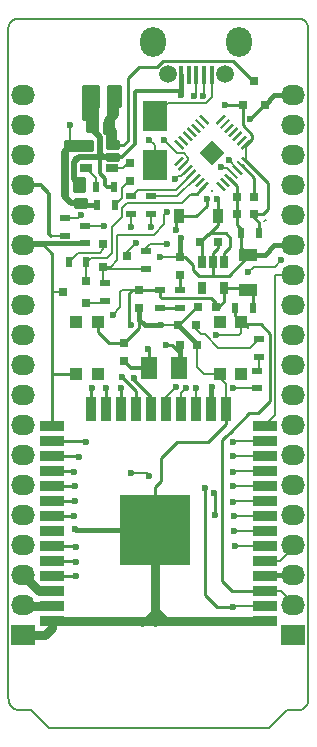
<source format=gbr>
G04 #@! TF.FileFunction,Copper,L1,Top,Signal*
%FSLAX46Y46*%
G04 Gerber Fmt 4.6, Leading zero omitted, Abs format (unit mm)*
G04 Created by KiCad (PCBNEW 4.0.4-stable) date 12/03/16 16:19:23*
%MOMM*%
%LPD*%
G01*
G04 APERTURE LIST*
%ADD10C,0.100000*%
%ADD11C,0.150000*%
%ADD12R,2.000000X0.900000*%
%ADD13R,0.900000X2.000000*%
%ADD14R,6.000000X6.000000*%
%ADD15R,1.000760X1.000760*%
%ADD16R,2.032000X1.727200*%
%ADD17O,2.032000X1.727200*%
%ADD18R,0.400000X1.600000*%
%ADD19C,1.500000*%
%ADD20O,2.200000X2.500000*%
%ADD21R,0.910000X1.220000*%
%ADD22R,0.797560X0.797560*%
%ADD23R,2.029460X2.651760*%
%ADD24R,1.060000X0.650000*%
%ADD25R,1.198880X1.699260*%
%ADD26O,1.198880X1.699260*%
%ADD27R,0.800100X0.800100*%
%ADD28R,0.650000X1.060000*%
%ADD29C,0.299720*%
%ADD30R,0.500000X0.900000*%
%ADD31R,0.900000X0.500000*%
%ADD32R,0.800000X0.750000*%
%ADD33R,0.750000X0.800000*%
%ADD34R,1.600000X1.000000*%
%ADD35R,1.400000X1.900000*%
%ADD36C,0.600000*%
%ADD37C,0.200000*%
%ADD38C,0.800000*%
%ADD39C,0.250000*%
%ADD40C,0.400000*%
%ADD41C,0.300000*%
%ADD42C,0.500000*%
G04 APERTURE END LIST*
D10*
D11*
X80807120Y-127451475D02*
X99399920Y-127451475D01*
X80299120Y-126943474D02*
X80807120Y-127451475D01*
X79283120Y-125927474D02*
X80299120Y-126943474D01*
X99907920Y-126943475D02*
X99399920Y-127451475D01*
X100923920Y-125927475D02*
X99907920Y-126943475D01*
X101838320Y-125927474D02*
X100923920Y-125927475D01*
X101838321Y-125927475D02*
G75*
G03X102752720Y-125013074I-1J914400D01*
G01*
X102752720Y-68117075D02*
X102752720Y-125013074D01*
X77352720Y-124860675D02*
X77352720Y-68117075D01*
X79283120Y-125927474D02*
X78216320Y-125927475D01*
X77352719Y-124860674D02*
G75*
G03X78216320Y-125927475I965201J-101600D01*
G01*
X102752719Y-68117074D02*
G75*
G03X101787520Y-67355075I-863599J-101600D01*
G01*
X101787520Y-67355075D02*
X78317921Y-67355075D01*
X78317919Y-67355076D02*
G75*
G03X77352720Y-68117075I-101600J-863599D01*
G01*
D12*
X99052721Y-118375875D03*
X99052721Y-117105875D03*
X99052721Y-115835875D03*
X99052721Y-114565875D03*
X99052721Y-113295875D03*
X99052721Y-112025875D03*
X99052721Y-110755875D03*
X99052721Y-109485875D03*
X99052721Y-108215875D03*
X99052721Y-106945875D03*
X99052721Y-105675875D03*
X99052721Y-104405875D03*
X99052721Y-103135875D03*
X99052721Y-101865875D03*
X81052721Y-118375875D03*
X81052721Y-101865875D03*
X81052721Y-103135875D03*
X81052721Y-104405875D03*
X81052721Y-105675875D03*
X81052721Y-106945875D03*
X81052721Y-108215875D03*
X81052721Y-109485875D03*
X81052721Y-110755875D03*
X81052721Y-112025875D03*
X81052721Y-113295875D03*
X81052721Y-114565875D03*
X81052721Y-115835875D03*
X81052721Y-117105875D03*
D13*
X95767721Y-100375875D03*
X94482721Y-100375875D03*
X93227721Y-100375875D03*
X91957721Y-100375875D03*
X90687721Y-100375875D03*
X89417721Y-100375875D03*
X88147721Y-100375875D03*
X86877721Y-100375875D03*
X85607721Y-100375875D03*
X84337721Y-100375875D03*
D14*
X89752721Y-110675875D03*
D15*
X83107520Y-97444275D03*
X84907520Y-93044275D03*
X84907520Y-97444275D03*
X83107520Y-93044275D03*
X97048720Y-93044275D03*
X95248720Y-97444275D03*
X95248720Y-93044275D03*
X97048720Y-97444275D03*
D16*
X78622721Y-119577474D03*
D17*
X78622721Y-117037474D03*
X78622721Y-114497474D03*
X78622721Y-111957474D03*
X78622721Y-109417474D03*
X78622721Y-106877474D03*
X78622721Y-104337474D03*
X78622721Y-101797474D03*
X78622721Y-99257474D03*
X78622721Y-96717474D03*
X78622721Y-94177474D03*
X78622721Y-91637474D03*
X78622721Y-89097474D03*
X78622721Y-86557474D03*
X78622721Y-84017474D03*
X78622721Y-81477474D03*
X78622721Y-78937474D03*
X78622721Y-76397474D03*
X78622721Y-73857474D03*
D16*
X101482721Y-119577474D03*
D17*
X101482721Y-117037474D03*
X101482721Y-114497474D03*
X101482721Y-111957474D03*
X101482721Y-109417474D03*
X101482721Y-106877474D03*
X101482721Y-104337474D03*
X101482721Y-101797474D03*
X101482721Y-99257474D03*
X101482721Y-96717474D03*
X101482721Y-94177474D03*
X101482721Y-91637474D03*
X101482721Y-89097474D03*
X101482721Y-86557474D03*
X101482721Y-84017474D03*
X101482721Y-81477474D03*
X101482721Y-78937474D03*
X101482721Y-76397474D03*
X101482721Y-73857474D03*
D18*
X94553120Y-72128674D03*
X93903120Y-72128674D03*
X93253120Y-72128674D03*
X92603120Y-72128674D03*
X91953120Y-72128674D03*
D19*
X95678120Y-72028674D03*
D20*
X96878120Y-69378674D03*
D19*
X90828120Y-72028674D03*
D20*
X89628120Y-69378674D03*
D21*
X95056200Y-84074000D03*
X91786200Y-84074000D03*
D22*
X87665120Y-81109174D03*
X87665120Y-79610574D03*
X91881520Y-89033976D03*
X91881520Y-87535376D03*
X93240420Y-93313875D03*
X91741820Y-93313875D03*
D23*
X89747920Y-75582136D03*
X89747920Y-79752816D03*
D24*
X86123520Y-79989075D03*
X86123520Y-79039075D03*
X86123520Y-78089075D03*
X83923520Y-78089075D03*
X83923520Y-79989075D03*
D25*
X86278280Y-74009874D03*
D26*
X84276760Y-74009874D03*
D27*
X97179920Y-74655036D03*
X99079920Y-74655036D03*
X98129920Y-72656056D03*
D28*
X95625519Y-87997475D03*
X94675519Y-87997475D03*
X93725519Y-87997475D03*
X93725519Y-90197475D03*
X95625519Y-90197475D03*
D10*
G36*
X97889043Y-79712225D02*
X97725603Y-79875665D01*
X97017959Y-79168021D01*
X97181399Y-79004581D01*
X97889043Y-79712225D01*
X97889043Y-79712225D01*
G37*
G36*
X97535221Y-80066047D02*
X97371781Y-80229487D01*
X96664137Y-79521843D01*
X96827577Y-79358403D01*
X97535221Y-80066047D01*
X97535221Y-80066047D01*
G37*
G36*
X97181398Y-80419869D02*
X97017958Y-80583309D01*
X96310314Y-79875665D01*
X96473754Y-79712225D01*
X97181398Y-80419869D01*
X97181398Y-80419869D01*
G37*
G36*
X96827576Y-80773691D02*
X96664136Y-80937131D01*
X95956492Y-80229487D01*
X96119932Y-80066047D01*
X96827576Y-80773691D01*
X96827576Y-80773691D01*
G37*
G36*
X96473754Y-81127513D02*
X96310314Y-81290953D01*
X95602670Y-80583309D01*
X95766110Y-80419869D01*
X96473754Y-81127513D01*
X96473754Y-81127513D01*
G37*
G36*
X96119932Y-81481336D02*
X95956492Y-81644776D01*
X95248848Y-80937132D01*
X95412288Y-80773692D01*
X96119932Y-81481336D01*
X96119932Y-81481336D01*
G37*
G36*
X95766110Y-81835158D02*
X95602670Y-81998598D01*
X94895026Y-81290954D01*
X95058466Y-81127514D01*
X95766110Y-81835158D01*
X95766110Y-81835158D01*
G37*
G36*
X94354414Y-81290954D02*
X93646770Y-81998598D01*
X93483330Y-81835158D01*
X94190974Y-81127514D01*
X94354414Y-81290954D01*
X94354414Y-81290954D01*
G37*
G36*
X94000592Y-80937132D02*
X93292948Y-81644776D01*
X93129508Y-81481336D01*
X93837152Y-80773692D01*
X94000592Y-80937132D01*
X94000592Y-80937132D01*
G37*
G36*
X93646770Y-80583309D02*
X92939126Y-81290953D01*
X92775686Y-81127513D01*
X93483330Y-80419869D01*
X93646770Y-80583309D01*
X93646770Y-80583309D01*
G37*
G36*
X93292948Y-80229487D02*
X92585304Y-80937131D01*
X92421864Y-80773691D01*
X93129508Y-80066047D01*
X93292948Y-80229487D01*
X93292948Y-80229487D01*
G37*
G36*
X92939126Y-79875665D02*
X92231482Y-80583309D01*
X92068042Y-80419869D01*
X92775686Y-79712225D01*
X92939126Y-79875665D01*
X92939126Y-79875665D01*
G37*
G36*
X92585303Y-79521843D02*
X91877659Y-80229487D01*
X91714219Y-80066047D01*
X92421863Y-79358403D01*
X92585303Y-79521843D01*
X92585303Y-79521843D01*
G37*
G36*
X92231481Y-79168021D02*
X91523837Y-79875665D01*
X91360397Y-79712225D01*
X92068041Y-79004581D01*
X92231481Y-79168021D01*
X92231481Y-79168021D01*
G37*
G36*
X92231481Y-78300529D02*
X92068041Y-78463969D01*
X91360397Y-77756325D01*
X91523837Y-77592885D01*
X92231481Y-78300529D01*
X92231481Y-78300529D01*
G37*
G36*
X92585303Y-77946707D02*
X92421863Y-78110147D01*
X91714219Y-77402503D01*
X91877659Y-77239063D01*
X92585303Y-77946707D01*
X92585303Y-77946707D01*
G37*
G36*
X92939126Y-77592885D02*
X92775686Y-77756325D01*
X92068042Y-77048681D01*
X92231482Y-76885241D01*
X92939126Y-77592885D01*
X92939126Y-77592885D01*
G37*
G36*
X93292948Y-77239063D02*
X93129508Y-77402503D01*
X92421864Y-76694859D01*
X92585304Y-76531419D01*
X93292948Y-77239063D01*
X93292948Y-77239063D01*
G37*
G36*
X93646770Y-76885241D02*
X93483330Y-77048681D01*
X92775686Y-76341037D01*
X92939126Y-76177597D01*
X93646770Y-76885241D01*
X93646770Y-76885241D01*
G37*
G36*
X94000592Y-76531418D02*
X93837152Y-76694858D01*
X93129508Y-75987214D01*
X93292948Y-75823774D01*
X94000592Y-76531418D01*
X94000592Y-76531418D01*
G37*
G36*
X94354414Y-76177596D02*
X94190974Y-76341036D01*
X93483330Y-75633392D01*
X93646770Y-75469952D01*
X94354414Y-76177596D01*
X94354414Y-76177596D01*
G37*
G36*
X95766110Y-75633392D02*
X95058466Y-76341036D01*
X94895026Y-76177596D01*
X95602670Y-75469952D01*
X95766110Y-75633392D01*
X95766110Y-75633392D01*
G37*
G36*
X96119932Y-75987214D02*
X95412288Y-76694858D01*
X95248848Y-76531418D01*
X95956492Y-75823774D01*
X96119932Y-75987214D01*
X96119932Y-75987214D01*
G37*
G36*
X96473754Y-76341037D02*
X95766110Y-77048681D01*
X95602670Y-76885241D01*
X96310314Y-76177597D01*
X96473754Y-76341037D01*
X96473754Y-76341037D01*
G37*
G36*
X96827576Y-76694859D02*
X96119932Y-77402503D01*
X95956492Y-77239063D01*
X96664136Y-76531419D01*
X96827576Y-76694859D01*
X96827576Y-76694859D01*
G37*
G36*
X97181398Y-77048681D02*
X96473754Y-77756325D01*
X96310314Y-77592885D01*
X97017958Y-76885241D01*
X97181398Y-77048681D01*
X97181398Y-77048681D01*
G37*
G36*
X97535221Y-77402503D02*
X96827577Y-78110147D01*
X96664137Y-77946707D01*
X97371781Y-77239063D01*
X97535221Y-77402503D01*
X97535221Y-77402503D01*
G37*
G36*
X97889043Y-77756325D02*
X97181399Y-78463969D01*
X97017959Y-78300529D01*
X97725603Y-77592885D01*
X97889043Y-77756325D01*
X97889043Y-77756325D01*
G37*
G36*
X95686186Y-78734275D02*
X94624720Y-79795741D01*
X93563254Y-78734275D01*
X94624720Y-77672809D01*
X95686186Y-78734275D01*
X95686186Y-78734275D01*
G37*
D29*
X94624720Y-81916878D03*
D27*
X85394360Y-86471074D03*
X85394360Y-88371074D03*
X87393340Y-87421074D03*
X83941480Y-91469874D03*
X83941480Y-89569874D03*
X81942500Y-90519874D03*
D30*
X98540000Y-85547200D03*
X97040000Y-85547200D03*
X84781520Y-81629875D03*
X86281520Y-81629875D03*
D31*
X91881520Y-90379475D03*
X91881520Y-91879475D03*
D30*
X84883120Y-83153875D03*
X86383120Y-83153875D03*
X82444720Y-87979875D03*
X83944720Y-87979875D03*
D31*
X85531520Y-91269874D03*
X85531520Y-89769874D03*
D30*
X98067120Y-91891475D03*
X96567120Y-91891475D03*
D31*
X82178720Y-85732675D03*
X82178720Y-84232675D03*
X89027000Y-87070500D03*
X89027000Y-88570500D03*
X83855120Y-84893075D03*
X83855120Y-86393075D03*
X98552000Y-94500000D03*
X98552000Y-96000000D03*
D32*
X85773520Y-76549875D03*
X84273520Y-76549875D03*
X93569920Y-86303475D03*
X95069920Y-86303475D03*
X96684400Y-83921600D03*
X98184400Y-83921600D03*
X96684400Y-82499200D03*
X98184400Y-82499200D03*
X94917521Y-91739074D03*
X93417521Y-91739074D03*
D33*
X83448720Y-82938674D03*
X83448720Y-81438674D03*
D34*
X97672720Y-90343474D03*
X97672720Y-87343474D03*
D32*
X91842719Y-94990275D03*
X93342719Y-94990275D03*
D33*
X88427120Y-90379475D03*
X88427120Y-91879475D03*
X87157120Y-96349875D03*
X87157120Y-94849875D03*
D31*
X87766720Y-83903875D03*
X87766720Y-82403875D03*
X89443120Y-83903875D03*
X89443120Y-82403875D03*
X98425000Y-98667000D03*
X98425000Y-97167000D03*
X90154320Y-91879475D03*
X90154320Y-90379475D03*
D35*
X91760720Y-96920675D03*
X89239920Y-96920675D03*
D36*
X91948000Y-85979000D03*
X91932320Y-73857474D03*
X82991520Y-110585875D03*
X90255920Y-93313875D03*
X90205120Y-87522674D03*
X97840800Y-75844400D03*
X95046800Y-82600800D03*
X95707200Y-74676000D03*
X94132400Y-82600800D03*
X91576720Y-85287475D03*
X82585120Y-76397475D03*
X89290720Y-77616675D03*
X85407500Y-84899500D03*
X86169500Y-92456000D03*
X93964320Y-107080674D03*
X87766720Y-93313875D03*
X96351920Y-117139075D03*
X88138000Y-86360000D03*
X94932500Y-94170500D03*
X87766720Y-84982675D03*
X83042320Y-114548276D03*
X87766720Y-105861475D03*
X89290720Y-106064675D03*
X89443121Y-84982676D03*
X83042320Y-113329074D03*
X93862720Y-73908274D03*
X95996320Y-79343875D03*
X93049921Y-73908274D03*
X95386720Y-79902675D03*
X96329500Y-98615500D03*
X100457000Y-87820500D03*
X97663000Y-88836500D03*
X90805000Y-86487000D03*
X94573921Y-98546276D03*
X96504320Y-112008275D03*
X96453520Y-110738275D03*
X94827920Y-109417475D03*
X94726319Y-107537875D03*
X90662320Y-94990275D03*
X96453520Y-109468275D03*
X89189119Y-95345875D03*
X96402720Y-108249074D03*
X96402720Y-106928275D03*
X96402720Y-105709075D03*
X96351920Y-104388275D03*
X96351920Y-103169075D03*
X83905920Y-103169075D03*
X83347119Y-104439075D03*
X82940720Y-105709075D03*
X82991520Y-106928275D03*
X82991520Y-108198276D03*
X82940720Y-109468274D03*
X83042320Y-112059075D03*
X93253120Y-98597075D03*
X92389520Y-98597075D03*
X91525920Y-98546275D03*
X87969921Y-97784274D03*
X86953920Y-97682676D03*
X86903120Y-98597075D03*
X85633120Y-98597076D03*
X84413922Y-98597075D03*
X91475121Y-80969476D03*
X90763921Y-83763475D03*
X83499520Y-84017476D03*
X90560722Y-77667475D03*
D37*
X99117450Y-84401545D02*
X99015850Y-84503145D01*
D38*
X86123520Y-78089075D02*
X86123520Y-76899875D01*
X86123520Y-76899875D02*
X85773520Y-76549875D01*
X85773520Y-76549875D02*
X85773520Y-75960980D01*
X86278280Y-75456220D02*
X86278280Y-74009874D01*
X85773520Y-75960980D02*
X86278280Y-75456220D01*
D39*
X87091120Y-78089074D02*
X86123520Y-78089076D01*
X87461919Y-77718275D02*
X87091120Y-78089074D01*
X87461922Y-72384275D02*
X87461919Y-77718275D01*
X88427122Y-71419075D02*
X87461922Y-72384275D01*
X89951121Y-71419075D02*
X88427122Y-71419075D01*
X90459120Y-70911074D02*
X89951121Y-71419075D01*
X91017920Y-70911076D02*
X90459120Y-70911074D01*
X96351920Y-70911074D02*
X91017920Y-70911076D01*
X98129920Y-72689075D02*
X96351920Y-70911074D01*
D37*
X95248720Y-97444275D02*
X93951775Y-97444275D01*
X93342719Y-96835219D02*
X93342719Y-94990275D01*
X93951775Y-97444275D02*
X93342719Y-96835219D01*
X95248720Y-97444275D02*
X95248720Y-97788720D01*
X95248720Y-97788720D02*
X95767721Y-98307721D01*
X95767721Y-98307721D02*
X95767721Y-100375875D01*
D40*
X91897200Y-86029800D02*
X91881520Y-87535376D01*
X91948000Y-85979000D02*
X91897200Y-86029800D01*
D39*
X87157120Y-94849875D02*
X85896375Y-94849875D01*
X84907520Y-93861020D02*
X84907520Y-93044275D01*
X85896375Y-94849875D02*
X84907520Y-93861020D01*
D38*
X84276760Y-74009874D02*
X84276760Y-76546635D01*
X84276760Y-76546635D02*
X84273520Y-76549875D01*
D39*
X97040000Y-85547200D02*
X97040000Y-85203600D01*
X97040000Y-85203600D02*
X96684400Y-84848000D01*
X96684400Y-84848000D02*
X96684400Y-83921600D01*
X96684400Y-82499200D02*
X96684400Y-81501599D01*
X96684400Y-81501599D02*
X96038212Y-80855411D01*
X96684400Y-82499200D02*
X96684400Y-83921600D01*
X97040000Y-85547200D02*
X97040000Y-86710754D01*
X97040000Y-86710754D02*
X97672720Y-87343474D01*
X95767720Y-100375876D02*
X95767721Y-101721276D01*
X89752721Y-107025075D02*
X89752720Y-110675875D01*
X90306720Y-106471074D02*
X89752721Y-107025075D01*
X90306720Y-104540675D02*
X90306720Y-106471074D01*
X91627520Y-103219874D02*
X90306720Y-104540675D01*
X94269120Y-103219875D02*
X91627520Y-103219874D01*
X95767721Y-101721276D02*
X94269120Y-103219875D01*
D40*
X91953119Y-72128675D02*
X91953120Y-73836674D01*
X91953120Y-73836674D02*
X91932320Y-73857474D01*
X88427120Y-91879475D02*
X88427120Y-92856675D01*
X88884321Y-93313875D02*
X90255920Y-93313875D01*
X88427120Y-92856675D02*
X88884321Y-93313875D01*
X93342720Y-94990275D02*
X93342720Y-94914774D01*
X93342720Y-94914774D02*
X91741820Y-93313875D01*
D41*
X86281521Y-81629875D02*
X85734721Y-81629875D01*
X85074320Y-80461474D02*
X85074319Y-78785075D01*
X85531521Y-80918675D02*
X85074320Y-80461474D01*
X85531520Y-81426675D02*
X85531521Y-80918675D01*
X85734721Y-81629875D02*
X85531520Y-81426675D01*
D40*
X101482721Y-86557474D02*
X99857120Y-86557474D01*
X99857120Y-86557474D02*
X99071120Y-87343474D01*
X99071120Y-87343474D02*
X97672720Y-87343474D01*
X82991520Y-110585875D02*
X83081520Y-110675875D01*
X83081520Y-110675875D02*
X89752720Y-110675875D01*
D37*
X91881520Y-87535376D02*
X90217821Y-87535375D01*
X90217821Y-87535375D02*
X90205120Y-87522674D01*
X90255920Y-93313875D02*
X91741820Y-93313875D01*
X97955190Y-87061004D02*
X97672720Y-87343474D01*
D39*
X88427120Y-91879475D02*
X88427120Y-93579874D01*
X88427120Y-93579874D02*
X87157119Y-94849875D01*
X97672720Y-87343474D02*
X97672720Y-87493315D01*
X97672720Y-87493315D02*
X96017764Y-89148276D01*
X96017764Y-89148276D02*
X94675519Y-89148275D01*
X91881520Y-87535376D02*
X92300621Y-87535375D01*
X92300621Y-87535375D02*
X92999120Y-88233875D01*
X92999120Y-88233875D02*
X92999120Y-88640275D01*
X92999120Y-88640275D02*
X93507121Y-89148276D01*
X93507121Y-89148276D02*
X94675519Y-89148275D01*
X94675521Y-87997476D02*
X94675519Y-89148275D01*
X93608720Y-91739075D02*
X93417520Y-91739075D01*
X95069920Y-86303475D02*
X95069920Y-86772674D01*
X94675520Y-87167076D02*
X94675521Y-87997476D01*
X95069920Y-86772674D02*
X94675520Y-87167076D01*
X93417520Y-91739075D02*
X93316620Y-91739075D01*
X93316620Y-91739075D02*
X91741820Y-93313875D01*
D41*
X87195920Y-94888675D02*
X87157119Y-94849875D01*
X91953119Y-72128675D02*
X91953120Y-73328676D01*
X87004720Y-79039076D02*
X86123520Y-79039074D01*
X88071520Y-77972275D02*
X87004720Y-79039076D01*
X88071520Y-73603475D02*
X88071520Y-77972275D01*
X88173120Y-73501875D02*
X88071520Y-73603475D01*
X91779920Y-73501876D02*
X88173120Y-73501875D01*
X91953120Y-73328676D02*
X91779920Y-73501876D01*
D42*
X86123520Y-79039074D02*
X85328320Y-79039075D01*
X85074320Y-77350675D02*
X84273521Y-76549875D01*
X85074319Y-78785075D02*
X85074320Y-77350675D01*
X85328320Y-79039075D02*
X85074319Y-78785075D01*
X83448720Y-81438676D02*
X83409920Y-81438675D01*
X83409920Y-81438675D02*
X82889920Y-80918675D01*
X82889920Y-80918675D02*
X82889920Y-79496275D01*
X82889920Y-79496275D02*
X83347121Y-79039074D01*
X83347121Y-79039074D02*
X86123520Y-79039074D01*
D37*
X86377520Y-78785075D02*
X86123520Y-79039074D01*
D38*
X89824120Y-117621674D02*
X89069920Y-118375874D01*
X88681120Y-118409076D02*
X88681120Y-118375874D01*
X88714320Y-118375874D02*
X88681120Y-118409076D01*
X89069920Y-118375874D02*
X88714320Y-118375874D01*
X90662320Y-118375874D02*
X90578320Y-118375874D01*
X90578320Y-118375874D02*
X89824120Y-117621674D01*
X89824120Y-117621674D02*
X89752720Y-117550275D01*
X89752720Y-110675875D02*
X89752720Y-117550275D01*
X89752720Y-117550275D02*
X89752721Y-118375874D01*
X89752721Y-118375874D02*
X89747920Y-118380675D01*
X89747920Y-118380675D02*
X89747921Y-118409075D01*
X89747921Y-118409075D02*
X89747921Y-118375874D01*
X81052721Y-118375874D02*
X81052720Y-118976275D01*
X80451520Y-119577475D02*
X78622721Y-119577474D01*
X81052720Y-118976275D02*
X80451520Y-119577475D01*
X99052720Y-118375874D02*
X90662320Y-118375874D01*
X90662320Y-118375874D02*
X89747921Y-118375874D01*
X89747921Y-118375874D02*
X88681120Y-118375874D01*
X88681120Y-118375874D02*
X81052721Y-118375874D01*
D39*
X95056200Y-84074000D02*
X95056200Y-82610200D01*
X97840800Y-75844400D02*
X99030164Y-74655036D01*
X95056200Y-82610200D02*
X95046800Y-82600800D01*
X99030164Y-74655036D02*
X99079920Y-74655036D01*
X95056200Y-84074000D02*
X95056200Y-84826600D01*
X94234000Y-85648800D02*
X94234000Y-85639394D01*
X95056200Y-84826600D02*
X94234000Y-85648800D01*
D40*
X101482721Y-73857474D02*
X99877481Y-73857474D01*
X99877481Y-73857474D02*
X99079921Y-74655034D01*
D39*
X95625520Y-87997475D02*
X95625520Y-87233075D01*
X95625520Y-87233075D02*
X96148720Y-86709875D01*
X96148720Y-86709875D02*
X96148720Y-86354274D01*
X94382720Y-85490674D02*
X94234000Y-85639394D01*
X94234000Y-85639394D02*
X93569920Y-86303474D01*
X96148720Y-86354274D02*
X96148721Y-85897075D01*
X96148721Y-85897075D02*
X95742320Y-85490675D01*
X95742320Y-85490675D02*
X94382720Y-85490674D01*
X93725520Y-87997476D02*
X93725519Y-86459075D01*
X93725519Y-86459075D02*
X93569920Y-86303474D01*
X91786200Y-84074000D02*
X93268800Y-84074000D01*
X95728164Y-74655036D02*
X97179920Y-74655036D01*
X95707200Y-74676000D02*
X95728164Y-74655036D01*
X94132400Y-83210400D02*
X94132400Y-82600800D01*
X93268800Y-84074000D02*
X94132400Y-83210400D01*
X98184400Y-83921600D02*
X98907600Y-83921600D01*
X99314000Y-81300622D02*
X97453501Y-79440123D01*
X99314000Y-83515200D02*
X99314000Y-81300622D01*
X98907600Y-83921600D02*
X99314000Y-83515200D01*
X98184400Y-83921600D02*
X98184400Y-84265200D01*
X98184400Y-84265200D02*
X98540000Y-84620800D01*
X98540000Y-84620800D02*
X98540000Y-85547200D01*
X91576720Y-85287475D02*
X91576720Y-84283480D01*
X91576720Y-84283480D02*
X91786200Y-84074000D01*
X97453501Y-78028428D02*
X97464168Y-78028427D01*
X97464168Y-78028427D02*
X97977520Y-77515075D01*
X97977520Y-77515075D02*
X97977520Y-77210275D01*
X97977520Y-77210275D02*
X97179921Y-76412675D01*
X97179921Y-76412675D02*
X97179921Y-74655034D01*
D37*
X89747920Y-79752816D02*
X89747920Y-78073874D01*
X82585120Y-76397475D02*
X82585120Y-78089075D01*
X89747920Y-78073874D02*
X89290720Y-77616675D01*
D40*
X84883121Y-83153876D02*
X83663920Y-83153876D01*
X83663920Y-83153876D02*
X83448720Y-82938674D01*
D37*
X89747920Y-79752816D02*
X89747921Y-78581875D01*
D42*
X83448720Y-82938674D02*
X82623920Y-82938676D01*
X82623920Y-82938676D02*
X82026320Y-82341076D01*
X82026320Y-82341076D02*
X82026320Y-78632675D01*
X82026320Y-78632675D02*
X82569920Y-78089075D01*
X82569920Y-78089075D02*
X82585120Y-78089075D01*
X82585120Y-78089075D02*
X83923520Y-78089075D01*
D37*
X97453501Y-78028428D02*
X97453502Y-79440123D01*
D39*
X97099679Y-79793945D02*
X97116745Y-79793945D01*
X97116745Y-79793945D02*
X98184400Y-80861600D01*
X98184400Y-80861600D02*
X98184400Y-82499200D01*
D11*
X88427120Y-90379475D02*
X86976025Y-90379475D01*
D37*
X85401075Y-84893075D02*
X83855120Y-84893075D01*
X85407500Y-84899500D02*
X85401075Y-84893075D01*
X86804500Y-91821000D02*
X86169500Y-92456000D01*
X86804500Y-90551000D02*
X86804500Y-91821000D01*
X86976025Y-90379475D02*
X86804500Y-90551000D01*
D39*
X88427120Y-90379475D02*
X87856320Y-90379474D01*
X95031120Y-117139075D02*
X96351920Y-117139075D01*
X94015120Y-116123075D02*
X95031120Y-117139075D01*
X94015120Y-107131474D02*
X94015120Y-116123075D01*
X93964320Y-107080674D02*
X94015120Y-107131474D01*
X87563522Y-93110675D02*
X87766720Y-93313875D01*
X87563520Y-90672274D02*
X87563522Y-93110675D01*
X87856320Y-90379474D02*
X87563520Y-90672274D01*
X90154320Y-90379475D02*
X88427120Y-90379475D01*
X98067120Y-91891475D02*
X98067120Y-90737875D01*
X98067120Y-90737875D02*
X97672721Y-90343476D01*
X94917520Y-91739074D02*
X94917520Y-91422275D01*
X94917520Y-91422275D02*
X94523120Y-91027875D01*
X90154320Y-90875475D02*
X90154320Y-90379475D01*
X90306720Y-91027875D02*
X90154320Y-90875475D01*
X94523120Y-91027875D02*
X90306720Y-91027875D01*
X95625520Y-90197475D02*
X97526720Y-90197475D01*
X97526720Y-90197475D02*
X97672721Y-90343476D01*
X94917520Y-91739074D02*
X95183520Y-91739076D01*
X95183520Y-91739076D02*
X95625521Y-91297076D01*
X95625521Y-91297076D02*
X95625520Y-90197475D01*
D37*
X96385121Y-117105875D02*
X99052720Y-117105875D01*
X96351920Y-117139075D02*
X96385121Y-117105875D01*
X97048720Y-93044275D02*
X97048720Y-94022780D01*
X88138000Y-86360000D02*
X87393340Y-87104660D01*
X96901000Y-94170500D02*
X94932500Y-94170500D01*
X97048720Y-94022780D02*
X96901000Y-94170500D01*
X87393340Y-87104660D02*
X87393340Y-87421074D01*
D39*
X96567120Y-91891475D02*
X96567120Y-92562675D01*
X96567120Y-92562675D02*
X97048720Y-93044275D01*
X97648720Y-93244274D02*
X98720720Y-93244275D01*
X98720720Y-93244275D02*
X99501520Y-94025075D01*
X99501520Y-94025075D02*
X99501520Y-99765475D01*
X99501520Y-99765475D02*
X98485520Y-100781475D01*
X98485520Y-100781475D02*
X97723520Y-100781476D01*
X97723520Y-100781476D02*
X96097921Y-102407075D01*
X96097921Y-102407075D02*
X95793120Y-102711876D01*
X95793120Y-102711876D02*
X95437520Y-103067474D01*
X95437520Y-103067474D02*
X95437520Y-114954675D01*
X95437520Y-114954675D02*
X96318720Y-115835875D01*
X96318720Y-115835875D02*
X99052720Y-115835875D01*
D37*
X97648720Y-93244274D02*
X97648720Y-93541075D01*
D39*
X97648720Y-93244274D02*
X96739520Y-93244275D01*
D37*
X87393340Y-87421074D02*
X87393341Y-87083255D01*
X101482720Y-117037475D02*
X101482720Y-116885075D01*
X101482720Y-116885075D02*
X100433520Y-115835875D01*
X100433520Y-115835875D02*
X99052720Y-115835875D01*
X87766720Y-83903875D02*
X87766720Y-84982675D01*
D39*
X81052720Y-114565875D02*
X83024720Y-114565875D01*
X83024720Y-114565875D02*
X83042320Y-114548276D01*
D37*
X89443120Y-83903875D02*
X89443121Y-84982676D01*
X89087520Y-105861475D02*
X87766720Y-105861475D01*
X89290720Y-106064675D02*
X89087520Y-105861475D01*
D39*
X81052720Y-113295876D02*
X83009120Y-113295874D01*
X83009120Y-113295874D02*
X83042320Y-113329074D01*
D37*
X94553121Y-72128675D02*
X94553121Y-74030675D01*
X90862979Y-74467075D02*
X89747920Y-75582135D01*
X94116720Y-74467075D02*
X90862979Y-74467075D01*
X94553121Y-74030675D02*
X94116720Y-74467075D01*
D41*
X90558180Y-74771875D02*
X89747920Y-75582135D01*
D37*
X89747920Y-75582135D02*
X90156860Y-75582135D01*
D11*
X93903121Y-72128675D02*
X93903120Y-73867876D01*
X93903120Y-73867876D02*
X93862720Y-73908274D01*
X95996320Y-79343875D02*
X96745856Y-80093411D01*
X96745856Y-80093411D02*
X96745856Y-80147766D01*
X96392034Y-80501588D02*
X95894720Y-80004276D01*
X93253120Y-73705075D02*
X93253120Y-72128675D01*
X93049921Y-73908274D02*
X93253120Y-73705075D01*
X95488320Y-80004275D02*
X95386720Y-79902675D01*
X95894720Y-80004276D02*
X95488320Y-80004275D01*
D37*
X87665120Y-80905974D02*
X87665121Y-81020275D01*
X87665121Y-81020275D02*
X87004720Y-81680675D01*
X87004720Y-81680675D02*
X87004720Y-82532275D01*
X87004720Y-82532275D02*
X86383120Y-83153875D01*
X87665120Y-79407376D02*
X87601620Y-79407375D01*
X87601620Y-79407375D02*
X87019920Y-79989075D01*
X87019920Y-79989075D02*
X86123520Y-79989075D01*
D39*
X91881520Y-89033974D02*
X91881520Y-90379475D01*
D37*
X93240420Y-93313875D02*
X93240420Y-93684920D01*
X93240420Y-93684920D02*
X93662500Y-94107000D01*
X93662500Y-94107000D02*
X93980000Y-94107000D01*
X93980000Y-94107000D02*
X95123000Y-95250000D01*
X95123000Y-95250000D02*
X97802000Y-95250000D01*
X97802000Y-95250000D02*
X98552000Y-94500000D01*
X84781519Y-81629875D02*
X84781520Y-80847075D01*
X84781520Y-80847075D02*
X83923520Y-79989075D01*
X98425000Y-98667000D02*
X96381000Y-98667000D01*
X96381000Y-98667000D02*
X96329500Y-98615500D01*
X89027000Y-87070500D02*
X89027000Y-86804500D01*
X99885500Y-88392000D02*
X100457000Y-87820500D01*
X98107500Y-88392000D02*
X99885500Y-88392000D01*
X97663000Y-88836500D02*
X98107500Y-88392000D01*
X89344500Y-86487000D02*
X90805000Y-86487000D01*
X89027000Y-86804500D02*
X89344500Y-86487000D01*
D40*
X94482720Y-100375875D02*
X94482720Y-98637476D01*
X94482720Y-98637476D02*
X94573921Y-98546276D01*
X101482720Y-114497476D02*
X99121120Y-114497474D01*
X99121120Y-114497474D02*
X99052720Y-114565875D01*
D37*
X99121120Y-114497474D02*
X99052720Y-114565875D01*
X101482721Y-111957475D02*
X101482720Y-112160676D01*
X101482720Y-112160676D02*
X100347520Y-113295874D01*
X100347520Y-113295874D02*
X99052720Y-113295876D01*
X99052720Y-112025875D02*
X96521920Y-112025876D01*
X96521920Y-112025876D02*
X96504320Y-112008275D01*
X99052720Y-110755875D02*
X96471121Y-110755876D01*
X96471121Y-110755876D02*
X96453520Y-110738275D01*
D39*
X91760720Y-96920675D02*
X91760721Y-95580674D01*
X94827919Y-107639475D02*
X94827920Y-109417475D01*
X94726319Y-107537875D02*
X94827919Y-107639475D01*
X91170320Y-94990274D02*
X90662320Y-94990275D01*
X91760721Y-95580674D02*
X91170320Y-94990274D01*
D40*
X91842720Y-94990275D02*
X91842720Y-96838675D01*
X91842720Y-96838675D02*
X91760720Y-96920675D01*
D37*
X99052720Y-109485875D02*
X96471120Y-109485875D01*
X96471120Y-109485875D02*
X96453520Y-109468275D01*
D39*
X89239920Y-96920674D02*
X89239919Y-95396675D01*
X89239919Y-95396675D02*
X89189119Y-95345875D01*
D41*
X89239920Y-96920674D02*
X87727920Y-96920676D01*
X87727920Y-96920676D02*
X87157120Y-96349876D01*
D37*
X89239920Y-96920674D02*
X89239920Y-97682675D01*
X99052720Y-108215874D02*
X96435921Y-108215874D01*
X96435921Y-108215874D02*
X96402720Y-108249074D01*
X99052720Y-106945876D02*
X96420320Y-106945875D01*
X96420320Y-106945875D02*
X96402720Y-106928275D01*
X99052720Y-105675875D02*
X96435920Y-105675875D01*
X96435920Y-105675875D02*
X96402720Y-105709075D01*
X99052720Y-104405875D02*
X96369520Y-104405875D01*
X96369520Y-104405875D02*
X96351920Y-104388275D01*
X99052720Y-103135875D02*
X96369520Y-103135875D01*
X96351920Y-103153475D02*
X96351920Y-103169075D01*
X96369520Y-103135875D02*
X96351920Y-103153475D01*
X99052720Y-101865874D02*
X99052720Y-101738275D01*
X99052720Y-101738275D02*
X99907920Y-100883074D01*
X99907920Y-100883074D02*
X99907920Y-91789875D01*
X99907920Y-91789875D02*
X99907922Y-89046675D01*
X99907922Y-89046675D02*
X99958722Y-89097475D01*
X99958722Y-89097475D02*
X101482721Y-89097475D01*
D39*
X83107520Y-97444275D02*
X81052720Y-97444275D01*
X81052720Y-97444275D02*
X81052720Y-97377875D01*
D40*
X83855120Y-86393075D02*
X78787120Y-86393075D01*
X78787120Y-86393075D02*
X78622721Y-86557474D01*
D37*
X81942501Y-90519874D02*
X81052720Y-90519876D01*
X81111920Y-90570674D02*
X81052720Y-90570676D01*
X81103520Y-90570676D02*
X81111920Y-90570674D01*
X81052720Y-90519876D02*
X81103520Y-90570676D01*
D39*
X81052721Y-101865874D02*
X81052720Y-97377875D01*
X81052720Y-97377875D02*
X81052720Y-90570676D01*
X81052720Y-90570676D02*
X81052721Y-87260275D01*
X80349920Y-86557475D02*
X78622721Y-86557474D01*
X81052721Y-87260275D02*
X80349920Y-86557475D01*
X81052720Y-103135875D02*
X83872720Y-103135875D01*
X83872720Y-103135875D02*
X83905920Y-103169075D01*
X81052721Y-104405875D02*
X83313919Y-104405875D01*
X83313919Y-104405875D02*
X83347119Y-104439075D01*
X81052720Y-105675875D02*
X82973920Y-105675875D01*
X82973920Y-105675875D02*
X82940720Y-105709075D01*
X81052720Y-106945874D02*
X82973920Y-106945874D01*
X82973920Y-106945874D02*
X82991520Y-106928275D01*
X81052720Y-108215875D02*
X82973920Y-108215875D01*
X82973920Y-108215875D02*
X82991520Y-108198276D01*
X81052720Y-109485875D02*
X83024720Y-109485875D01*
X83007120Y-109468275D02*
X82940720Y-109468274D01*
X83024720Y-109485875D02*
X83007120Y-109468275D01*
X81052720Y-112025875D02*
X83009120Y-112025875D01*
X83009120Y-112025875D02*
X83042320Y-112059075D01*
D38*
X81052720Y-115835875D02*
X79961120Y-115835875D01*
X79961120Y-115835875D02*
X78622720Y-114497476D01*
X81052720Y-117105876D02*
X78691120Y-117105875D01*
X78691120Y-117105875D02*
X78622720Y-117037475D01*
D37*
X93227720Y-100375875D02*
X93227720Y-98622475D01*
X93227720Y-98622475D02*
X93253120Y-98597075D01*
X91957720Y-100375876D02*
X91957720Y-99028875D01*
X91957720Y-99028875D02*
X92389520Y-98597075D01*
X90687721Y-100375876D02*
X90687719Y-99384475D01*
X90687719Y-99384475D02*
X91525920Y-98546275D01*
D39*
X89417720Y-100375876D02*
X89417720Y-99384474D01*
X89417720Y-99384474D02*
X87919121Y-97885874D01*
X87919121Y-97885874D02*
X87919121Y-97835074D01*
X87919121Y-97835074D02*
X87969921Y-97784274D01*
X88147720Y-100375875D02*
X88147720Y-98876476D01*
X88147720Y-98876476D02*
X86953920Y-97682676D01*
X86877720Y-100375875D02*
X86877720Y-98622475D01*
X86877720Y-98622475D02*
X86903120Y-98597075D01*
D37*
X82178720Y-85732676D02*
X80947520Y-85732676D01*
D41*
X80095920Y-81477474D02*
X78622720Y-81477475D01*
X80807120Y-82188674D02*
X80095920Y-81477474D01*
X80807120Y-85592275D02*
X80807120Y-82188674D01*
X80947520Y-85732676D02*
X80807120Y-85592275D01*
D39*
X85607720Y-100375876D02*
X85607720Y-98622476D01*
X85607720Y-98622476D02*
X85633120Y-98597076D01*
X84337721Y-100375876D02*
X84337721Y-98673276D01*
X84337721Y-98673276D02*
X84413922Y-98597075D01*
X79181520Y-84017476D02*
X78622720Y-84017475D01*
D37*
X85394360Y-86471076D02*
X85394360Y-86847035D01*
X85394360Y-86847035D02*
X85074320Y-87167075D01*
X85074320Y-87167075D02*
X83257520Y-87167075D01*
X83257520Y-87167075D02*
X82444720Y-87979875D01*
X89027000Y-88570500D02*
X85593786Y-88570500D01*
X85593786Y-88570500D02*
X85394360Y-88371074D01*
X85633161Y-88132276D02*
X85394360Y-88371075D01*
D11*
X85499160Y-88475875D02*
X85394360Y-88371075D01*
D37*
X85394360Y-88371075D02*
X86003920Y-88371075D01*
X86003920Y-88371075D02*
X86541124Y-87833873D01*
X85394360Y-88371075D02*
X85394360Y-89632715D01*
X85394360Y-89632715D02*
X85531520Y-89769876D01*
X91935877Y-80715475D02*
X92503584Y-80147766D01*
X91729121Y-80715475D02*
X91935877Y-80715475D01*
X91475121Y-80969476D02*
X91729121Y-80715475D01*
X90509921Y-84017476D02*
X90763921Y-83763475D01*
X90509920Y-84779475D02*
X90509921Y-84017476D01*
X89646320Y-85643075D02*
X90509920Y-84779475D01*
X86547520Y-85643074D02*
X89646320Y-85643075D01*
X86541122Y-85649472D02*
X86547520Y-85643074D01*
X86541124Y-87833873D02*
X86541122Y-85649472D01*
X83941481Y-91469876D02*
X85331520Y-91469876D01*
X85331520Y-91469876D02*
X85531520Y-91269874D01*
D39*
X92770164Y-82203763D02*
X93278165Y-82203763D01*
X93278165Y-82203763D02*
X93918872Y-81563056D01*
D37*
X83944719Y-87979875D02*
X84001122Y-87979875D01*
X84001122Y-87979875D02*
X84356722Y-87624274D01*
X92017529Y-82956400D02*
X92770164Y-82203763D01*
X92770164Y-82203763D02*
X92801272Y-82172655D01*
X87405395Y-82956399D02*
X92017529Y-82956400D01*
X87004720Y-83357076D02*
X87405395Y-82956399D01*
X87004720Y-84169875D02*
X87004720Y-83357076D01*
X86141120Y-85033475D02*
X87004720Y-84169875D01*
X86141120Y-87167075D02*
X86141120Y-85033475D01*
X85683920Y-87624275D02*
X86141120Y-87167075D01*
X84356722Y-87624274D02*
X85683920Y-87624275D01*
X83944719Y-87979875D02*
X83944720Y-89566635D01*
X83944720Y-89566635D02*
X83941480Y-89569875D01*
D11*
X83284321Y-84232675D02*
X82178720Y-84232675D01*
X83499520Y-84017476D02*
X83284321Y-84232675D01*
X90662322Y-77769075D02*
X90560722Y-77667475D01*
X92149761Y-79793945D02*
X92149761Y-79786835D01*
X92149761Y-79786835D02*
X92592720Y-79343874D01*
X92592720Y-79343874D02*
X92592720Y-79140674D01*
X91627522Y-78734275D02*
X90662322Y-77769075D01*
X92186320Y-78734275D02*
X91627522Y-78734275D01*
X92592720Y-79140674D02*
X92186320Y-78734275D01*
D39*
X91881520Y-91879475D02*
X90154320Y-91879475D01*
D37*
X98552000Y-96000000D02*
X98552000Y-97040000D01*
X98552000Y-97040000D02*
X98425000Y-97167000D01*
X92857407Y-80501588D02*
X91525920Y-81833075D01*
X88337520Y-81833075D02*
X87766720Y-82403875D01*
X91525920Y-81833075D02*
X88337520Y-81833075D01*
X93211229Y-80855410D02*
X93211228Y-80858968D01*
X93211228Y-80858968D02*
X91666321Y-82403875D01*
X91666321Y-82403875D02*
X89443121Y-82403876D01*
D39*
G36*
X86778120Y-73068076D02*
X86778120Y-74799274D01*
X86344320Y-74799274D01*
X86295688Y-74809122D01*
X86254719Y-74837115D01*
X86227869Y-74878842D01*
X86219320Y-74924274D01*
X86219320Y-77108674D01*
X86219322Y-77565875D01*
X86229170Y-77614507D01*
X86257163Y-77655476D01*
X86298890Y-77682326D01*
X86344322Y-77690875D01*
X86625720Y-77690875D01*
X86625720Y-78304475D01*
X85656521Y-78304475D01*
X85656520Y-77159475D01*
X85646672Y-77110843D01*
X85618679Y-77069874D01*
X85576952Y-77043024D01*
X85531520Y-77034475D01*
X85482322Y-77034475D01*
X85453320Y-76991071D01*
X85453320Y-76116074D01*
X85683920Y-76116074D01*
X85732552Y-76106226D01*
X85773521Y-76078233D01*
X85800371Y-76036506D01*
X85808920Y-75991074D01*
X85808920Y-73068075D01*
X86778120Y-73068076D01*
X86778120Y-73068076D01*
G37*
X86778120Y-73068076D02*
X86778120Y-74799274D01*
X86344320Y-74799274D01*
X86295688Y-74809122D01*
X86254719Y-74837115D01*
X86227869Y-74878842D01*
X86219320Y-74924274D01*
X86219320Y-77108674D01*
X86219322Y-77565875D01*
X86229170Y-77614507D01*
X86257163Y-77655476D01*
X86298890Y-77682326D01*
X86344322Y-77690875D01*
X86625720Y-77690875D01*
X86625720Y-78304475D01*
X85656521Y-78304475D01*
X85656520Y-77159475D01*
X85646672Y-77110843D01*
X85618679Y-77069874D01*
X85576952Y-77043024D01*
X85531520Y-77034475D01*
X85482322Y-77034475D01*
X85453320Y-76991071D01*
X85453320Y-76116074D01*
X85683920Y-76116074D01*
X85732552Y-76106226D01*
X85773521Y-76078233D01*
X85800371Y-76036506D01*
X85808920Y-75991074D01*
X85808920Y-73068075D01*
X86778120Y-73068076D01*
G36*
X86625720Y-79320475D02*
X85656520Y-79320475D01*
X85656521Y-78808475D01*
X86625721Y-78808475D01*
X86625720Y-79320475D01*
X86625720Y-79320475D01*
G37*
X86625720Y-79320475D02*
X85656520Y-79320475D01*
X85656521Y-78808475D01*
X86625721Y-78808475D01*
X86625720Y-79320475D01*
G36*
X84949320Y-73068076D02*
X84949320Y-74854815D01*
X84924087Y-74859925D01*
X84883118Y-74887918D01*
X84856268Y-74929645D01*
X84847720Y-74975076D01*
X84847720Y-76882076D01*
X84718722Y-76882074D01*
X83980121Y-76882074D01*
X83980120Y-75991076D01*
X83970272Y-75942444D01*
X83942279Y-75901475D01*
X83900552Y-75874625D01*
X83855121Y-75866076D01*
X83624520Y-75866075D01*
X83624521Y-73068074D01*
X84949320Y-73068076D01*
X84949320Y-73068076D01*
G37*
X84949320Y-73068076D02*
X84949320Y-74854815D01*
X84924087Y-74859925D01*
X84883118Y-74887918D01*
X84856268Y-74929645D01*
X84847720Y-74975076D01*
X84847720Y-76882076D01*
X84718722Y-76882074D01*
X83980121Y-76882074D01*
X83980120Y-75991076D01*
X83970272Y-75942444D01*
X83942279Y-75901475D01*
X83900552Y-75874625D01*
X83855121Y-75866076D01*
X83624520Y-75866075D01*
X83624521Y-73068074D01*
X84949320Y-73068076D01*
G36*
X83882520Y-83333674D02*
X83014920Y-83333675D01*
X83014920Y-82696675D01*
X83005072Y-82648043D01*
X82984869Y-82618475D01*
X83882520Y-82618475D01*
X83882520Y-83333674D01*
X83882520Y-83333674D01*
G37*
X83882520Y-83333674D02*
X83014920Y-83333675D01*
X83014920Y-82696675D01*
X83005072Y-82648043D01*
X82984869Y-82618475D01*
X83882520Y-82618475D01*
X83882520Y-83333674D01*
G36*
X84390519Y-78456875D02*
X82432719Y-78456875D01*
X82384087Y-78466723D01*
X82343118Y-78494716D01*
X82316268Y-78536443D01*
X82307719Y-78581875D01*
X82307720Y-82493475D01*
X82317568Y-82542107D01*
X82337771Y-82571675D01*
X82151320Y-82571675D01*
X82151320Y-77690875D01*
X84390521Y-77690875D01*
X84390519Y-78456875D01*
X84390519Y-78456875D01*
G37*
X84390519Y-78456875D02*
X82432719Y-78456875D01*
X82384087Y-78466723D01*
X82343118Y-78494716D01*
X82316268Y-78536443D01*
X82307719Y-78581875D01*
X82307720Y-82493475D01*
X82317568Y-82542107D01*
X82337771Y-82571675D01*
X82151320Y-82571675D01*
X82151320Y-77690875D01*
X84390521Y-77690875D01*
X84390519Y-78456875D01*
G36*
X84898520Y-79168076D02*
X82991520Y-79168076D01*
X82942888Y-79177924D01*
X82901919Y-79205917D01*
X82875069Y-79247644D01*
X82866520Y-79293076D01*
X82866520Y-80715475D01*
X82876368Y-80764107D01*
X82904361Y-80805076D01*
X82946088Y-80831926D01*
X82991520Y-80840475D01*
X83730120Y-80840475D01*
X83730120Y-81962076D01*
X82862520Y-81962075D01*
X82862520Y-79113276D01*
X84898520Y-79113275D01*
X84898520Y-79168076D01*
X84898520Y-79168076D01*
G37*
X84898520Y-79168076D02*
X82991520Y-79168076D01*
X82942888Y-79177924D01*
X82901919Y-79205917D01*
X82875069Y-79247644D01*
X82866520Y-79293076D01*
X82866520Y-80715475D01*
X82876368Y-80764107D01*
X82904361Y-80805076D01*
X82946088Y-80831926D01*
X82991520Y-80840475D01*
X83730120Y-80840475D01*
X83730120Y-81962076D01*
X82862520Y-81962075D01*
X82862520Y-79113276D01*
X84898520Y-79113275D01*
X84898520Y-79168076D01*
M02*

</source>
